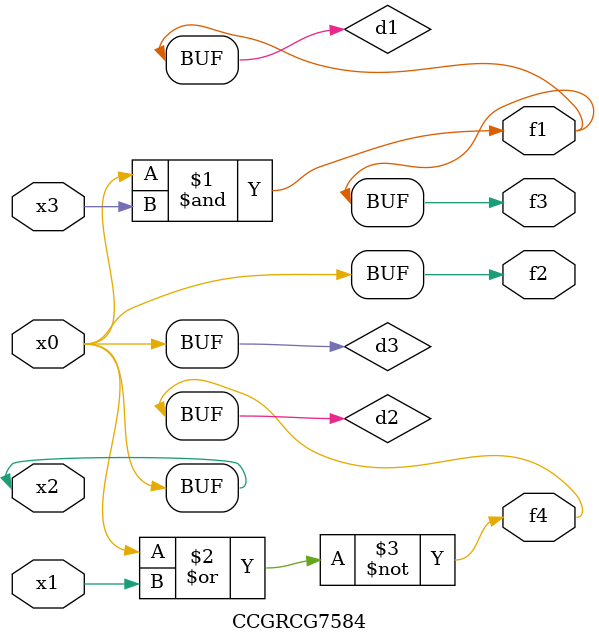
<source format=v>
module CCGRCG7584(
	input x0, x1, x2, x3,
	output f1, f2, f3, f4
);

	wire d1, d2, d3;

	and (d1, x2, x3);
	nor (d2, x0, x1);
	buf (d3, x0, x2);
	assign f1 = d1;
	assign f2 = d3;
	assign f3 = d1;
	assign f4 = d2;
endmodule

</source>
